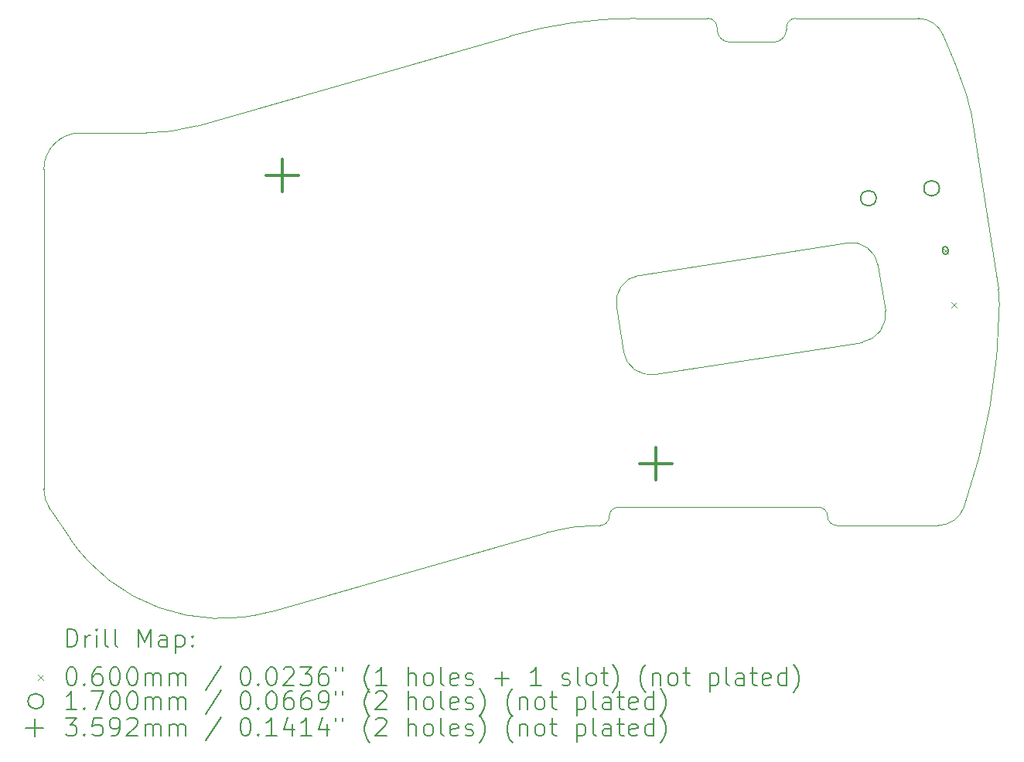
<source format=gbr>
%TF.GenerationSoftware,KiCad,Pcbnew,(6.0.10)*%
%TF.CreationDate,2023-01-19T12:39:29+01:00*%
%TF.ProjectId,QMKMouse,514d4b4d-6f75-4736-952e-6b696361645f,2.001*%
%TF.SameCoordinates,PX5c0b167PY839143b*%
%TF.FileFunction,Drillmap*%
%TF.FilePolarity,Positive*%
%FSLAX45Y45*%
G04 Gerber Fmt 4.5, Leading zero omitted, Abs format (unit mm)*
G04 Created by KiCad (PCBNEW (6.0.10)) date 2023-01-19 12:39:29*
%MOMM*%
%LPD*%
G01*
G04 APERTURE LIST*
%ADD10C,0.050000*%
%ADD11C,0.200000*%
%ADD12C,0.060000*%
%ADD13C,0.170000*%
%ADD14C,0.359200*%
G04 APERTURE END LIST*
D10*
X8961246Y3029454D02*
X6688857Y2674139D01*
X6518924Y3760933D02*
X8791313Y4116249D01*
X400012Y5319703D02*
G75*
G03*
X12Y4919701I7J-400007D01*
G01*
X7990090Y6315012D02*
X7510090Y6315012D01*
X6346112Y2924192D02*
G75*
G03*
X6688857Y2674139I296397J46344D01*
G01*
X10073537Y1221194D02*
G75*
G03*
X10461271Y3445588I-6611896J2298509D01*
G01*
X8961246Y3029454D02*
G75*
G03*
X9211299Y3372198I-46337J296392D01*
G01*
X9568893Y6575012D02*
X8230090Y6575012D01*
X6090000Y1020005D02*
G75*
G03*
X6190000Y1120000I9J99991D01*
G01*
X8130090Y6475012D02*
X8130090Y6455012D01*
X286957Y874821D02*
X69312Y1194674D01*
X5102321Y6381321D02*
X1670205Y5397177D01*
X10461271Y3445588D02*
G75*
G03*
X10449322Y3610660I-1000001J10588D01*
G01*
X9134062Y3866196D02*
G75*
G03*
X8791313Y4116249I-296402J-46350D01*
G01*
X8680000Y1020000D02*
X9790170Y1019701D01*
X1118930Y5319701D02*
G75*
G03*
X1670205Y5397177I-11J2000085D01*
G01*
X9842352Y6398384D02*
G75*
G03*
X9568893Y6575012I-273462J-123379D01*
G01*
X6480508Y6575012D02*
G75*
G03*
X5102321Y6381321I2J-5000006D01*
G01*
X7370096Y6455012D02*
G75*
G03*
X7510090Y6315012I139994J-6D01*
G01*
X10461271Y3445588D02*
X10461271Y3445588D01*
X7990090Y6315015D02*
G75*
G03*
X8130090Y6455012I9J139991D01*
G01*
X10104548Y5726979D02*
G75*
G03*
X9842352Y6398384I-6642679J-2207193D01*
G01*
X6518924Y3760930D02*
G75*
G03*
X6268870Y3418190I46325J-296384D01*
G01*
X10449322Y3610660D02*
X10143560Y5566139D01*
X9790170Y1019703D02*
G75*
G03*
X10073537Y1221194I-1J300003D01*
G01*
X12Y1419701D02*
X12Y1427100D01*
X286956Y874820D02*
G75*
G03*
X2491733Y77436I1653503J1125145D01*
G01*
X6058885Y1019701D02*
G75*
G03*
X5507610Y942224I14J-2000105D01*
G01*
X1073400Y5319701D02*
X400012Y5319701D01*
X8579993Y1120000D02*
G75*
G03*
X8680000Y1020000I100006J6D01*
G01*
X7370096Y6475012D02*
G75*
G03*
X7270090Y6575012I-100006J-7D01*
G01*
X6346113Y2924192D02*
X6268870Y3418190D01*
X12Y4919701D02*
X12Y1427100D01*
X6058885Y1019701D02*
X6090000Y1020000D01*
X6290000Y1219995D02*
G75*
G03*
X6190000Y1120000I-11J-99989D01*
G01*
X2491733Y77436D02*
X5507610Y942224D01*
X7270090Y6575012D02*
X6480508Y6575012D01*
X13Y1419701D02*
G75*
G03*
X69312Y1194674I399987J-5D01*
G01*
X8230090Y6575015D02*
G75*
G03*
X8130090Y6475012I9J-100009D01*
G01*
X1073400Y5319701D02*
X1118930Y5319701D01*
X7370090Y6475012D02*
X7370090Y6455012D01*
X6290000Y1220000D02*
X8480000Y1220000D01*
X10143560Y5566138D02*
G75*
G03*
X10104549Y5726979I-988040J-154493D01*
G01*
X8579993Y1120000D02*
G75*
G03*
X8480000Y1220000I-99994J6D01*
G01*
X9134057Y3866195D02*
X9211299Y3372198D01*
D11*
D12*
X9839145Y4062393D02*
X9899145Y4002393D01*
X9899145Y4062393D02*
X9839145Y4002393D01*
D11*
X9900715Y4024678D02*
X9896853Y4049378D01*
X9841436Y4015409D02*
X9837574Y4040108D01*
X9896853Y4049378D02*
G75*
G03*
X9837574Y4040108I-29640J-4635D01*
G01*
X9841436Y4015409D02*
G75*
G03*
X9900715Y4024678I29640J4635D01*
G01*
D12*
X9931836Y3469597D02*
X9991836Y3409597D01*
X9991836Y3469597D02*
X9931836Y3409597D01*
D13*
X9112500Y4604999D02*
G75*
G03*
X9112500Y4604999I-85000J0D01*
G01*
X9804097Y4713139D02*
G75*
G03*
X9804097Y4713139I-85000J0D01*
G01*
D14*
X2613200Y5035800D02*
X2613200Y4676600D01*
X2433600Y4856200D02*
X2792800Y4856200D01*
X6700388Y1873756D02*
X6700388Y1514556D01*
X6520788Y1694156D02*
X6879988Y1694156D01*
D11*
X255131Y-313017D02*
X255131Y-113017D01*
X302750Y-113017D01*
X331322Y-122540D01*
X350369Y-141588D01*
X359893Y-160636D01*
X369417Y-198731D01*
X369417Y-227302D01*
X359893Y-265398D01*
X350369Y-284445D01*
X331322Y-303493D01*
X302750Y-313017D01*
X255131Y-313017D01*
X455131Y-313017D02*
X455131Y-179683D01*
X455131Y-217778D02*
X464655Y-198731D01*
X474179Y-189207D01*
X493226Y-179683D01*
X512274Y-179683D01*
X578941Y-313017D02*
X578941Y-179683D01*
X578941Y-113017D02*
X569417Y-122540D01*
X578941Y-132064D01*
X588464Y-122540D01*
X578941Y-113017D01*
X578941Y-132064D01*
X702750Y-313017D02*
X683702Y-303493D01*
X674179Y-284445D01*
X674179Y-113017D01*
X807512Y-313017D02*
X788464Y-303493D01*
X778940Y-284445D01*
X778940Y-113017D01*
X1036083Y-313017D02*
X1036083Y-113017D01*
X1102750Y-255874D01*
X1169417Y-113017D01*
X1169417Y-313017D01*
X1350369Y-313017D02*
X1350369Y-208255D01*
X1340845Y-189207D01*
X1321798Y-179683D01*
X1283702Y-179683D01*
X1264655Y-189207D01*
X1350369Y-303493D02*
X1331322Y-313017D01*
X1283702Y-313017D01*
X1264655Y-303493D01*
X1255131Y-284445D01*
X1255131Y-265398D01*
X1264655Y-246350D01*
X1283702Y-236826D01*
X1331322Y-236826D01*
X1350369Y-227302D01*
X1445607Y-179683D02*
X1445607Y-379683D01*
X1445607Y-189207D02*
X1464655Y-179683D01*
X1502750Y-179683D01*
X1521798Y-189207D01*
X1531321Y-198731D01*
X1540845Y-217778D01*
X1540845Y-274921D01*
X1531321Y-293969D01*
X1521798Y-303493D01*
X1502750Y-313017D01*
X1464655Y-313017D01*
X1445607Y-303493D01*
X1626560Y-293969D02*
X1636083Y-303493D01*
X1626560Y-313017D01*
X1617036Y-303493D01*
X1626560Y-293969D01*
X1626560Y-313017D01*
X1626560Y-189207D02*
X1636083Y-198731D01*
X1626560Y-208255D01*
X1617036Y-198731D01*
X1626560Y-189207D01*
X1626560Y-208255D01*
D12*
X-62488Y-612541D02*
X-2488Y-672541D01*
X-2488Y-612541D02*
X-62488Y-672541D01*
D11*
X293226Y-533017D02*
X312274Y-533017D01*
X331322Y-542541D01*
X340845Y-552064D01*
X350369Y-571112D01*
X359893Y-609207D01*
X359893Y-656826D01*
X350369Y-694921D01*
X340845Y-713969D01*
X331322Y-723493D01*
X312274Y-733017D01*
X293226Y-733017D01*
X274179Y-723493D01*
X264655Y-713969D01*
X255131Y-694921D01*
X245607Y-656826D01*
X245607Y-609207D01*
X255131Y-571112D01*
X264655Y-552064D01*
X274179Y-542541D01*
X293226Y-533017D01*
X445607Y-713969D02*
X455131Y-723493D01*
X445607Y-733017D01*
X436083Y-723493D01*
X445607Y-713969D01*
X445607Y-733017D01*
X626560Y-533017D02*
X588464Y-533017D01*
X569417Y-542541D01*
X559893Y-552064D01*
X540845Y-580636D01*
X531322Y-618731D01*
X531322Y-694921D01*
X540845Y-713969D01*
X550369Y-723493D01*
X569417Y-733017D01*
X607512Y-733017D01*
X626560Y-723493D01*
X636083Y-713969D01*
X645607Y-694921D01*
X645607Y-647302D01*
X636083Y-628255D01*
X626560Y-618731D01*
X607512Y-609207D01*
X569417Y-609207D01*
X550369Y-618731D01*
X540845Y-628255D01*
X531322Y-647302D01*
X769417Y-533017D02*
X788464Y-533017D01*
X807512Y-542541D01*
X817036Y-552064D01*
X826560Y-571112D01*
X836083Y-609207D01*
X836083Y-656826D01*
X826560Y-694921D01*
X817036Y-713969D01*
X807512Y-723493D01*
X788464Y-733017D01*
X769417Y-733017D01*
X750369Y-723493D01*
X740845Y-713969D01*
X731321Y-694921D01*
X721798Y-656826D01*
X721798Y-609207D01*
X731321Y-571112D01*
X740845Y-552064D01*
X750369Y-542541D01*
X769417Y-533017D01*
X959893Y-533017D02*
X978940Y-533017D01*
X997988Y-542541D01*
X1007512Y-552064D01*
X1017036Y-571112D01*
X1026560Y-609207D01*
X1026560Y-656826D01*
X1017036Y-694921D01*
X1007512Y-713969D01*
X997988Y-723493D01*
X978940Y-733017D01*
X959893Y-733017D01*
X940845Y-723493D01*
X931321Y-713969D01*
X921798Y-694921D01*
X912274Y-656826D01*
X912274Y-609207D01*
X921798Y-571112D01*
X931321Y-552064D01*
X940845Y-542541D01*
X959893Y-533017D01*
X1112274Y-733017D02*
X1112274Y-599683D01*
X1112274Y-618731D02*
X1121798Y-609207D01*
X1140845Y-599683D01*
X1169417Y-599683D01*
X1188464Y-609207D01*
X1197988Y-628255D01*
X1197988Y-733017D01*
X1197988Y-628255D02*
X1207512Y-609207D01*
X1226560Y-599683D01*
X1255131Y-599683D01*
X1274179Y-609207D01*
X1283702Y-628255D01*
X1283702Y-733017D01*
X1378941Y-733017D02*
X1378941Y-599683D01*
X1378941Y-618731D02*
X1388464Y-609207D01*
X1407512Y-599683D01*
X1436083Y-599683D01*
X1455131Y-609207D01*
X1464655Y-628255D01*
X1464655Y-733017D01*
X1464655Y-628255D02*
X1474179Y-609207D01*
X1493226Y-599683D01*
X1521798Y-599683D01*
X1540845Y-609207D01*
X1550369Y-628255D01*
X1550369Y-733017D01*
X1940845Y-523493D02*
X1769417Y-780636D01*
X2197988Y-533017D02*
X2217036Y-533017D01*
X2236083Y-542541D01*
X2245607Y-552064D01*
X2255131Y-571112D01*
X2264655Y-609207D01*
X2264655Y-656826D01*
X2255131Y-694921D01*
X2245607Y-713969D01*
X2236083Y-723493D01*
X2217036Y-733017D01*
X2197988Y-733017D01*
X2178941Y-723493D01*
X2169417Y-713969D01*
X2159893Y-694921D01*
X2150369Y-656826D01*
X2150369Y-609207D01*
X2159893Y-571112D01*
X2169417Y-552064D01*
X2178941Y-542541D01*
X2197988Y-533017D01*
X2350369Y-713969D02*
X2359893Y-723493D01*
X2350369Y-733017D01*
X2340845Y-723493D01*
X2350369Y-713969D01*
X2350369Y-733017D01*
X2483702Y-533017D02*
X2502750Y-533017D01*
X2521798Y-542541D01*
X2531322Y-552064D01*
X2540845Y-571112D01*
X2550369Y-609207D01*
X2550369Y-656826D01*
X2540845Y-694921D01*
X2531322Y-713969D01*
X2521798Y-723493D01*
X2502750Y-733017D01*
X2483702Y-733017D01*
X2464655Y-723493D01*
X2455131Y-713969D01*
X2445607Y-694921D01*
X2436083Y-656826D01*
X2436083Y-609207D01*
X2445607Y-571112D01*
X2455131Y-552064D01*
X2464655Y-542541D01*
X2483702Y-533017D01*
X2626560Y-552064D02*
X2636083Y-542541D01*
X2655131Y-533017D01*
X2702750Y-533017D01*
X2721798Y-542541D01*
X2731322Y-552064D01*
X2740845Y-571112D01*
X2740845Y-590160D01*
X2731322Y-618731D01*
X2617036Y-733017D01*
X2740845Y-733017D01*
X2807512Y-533017D02*
X2931321Y-533017D01*
X2864655Y-609207D01*
X2893226Y-609207D01*
X2912274Y-618731D01*
X2921798Y-628255D01*
X2931321Y-647302D01*
X2931321Y-694921D01*
X2921798Y-713969D01*
X2912274Y-723493D01*
X2893226Y-733017D01*
X2836083Y-733017D01*
X2817036Y-723493D01*
X2807512Y-713969D01*
X3102750Y-533017D02*
X3064655Y-533017D01*
X3045607Y-542541D01*
X3036083Y-552064D01*
X3017036Y-580636D01*
X3007512Y-618731D01*
X3007512Y-694921D01*
X3017036Y-713969D01*
X3026560Y-723493D01*
X3045607Y-733017D01*
X3083702Y-733017D01*
X3102750Y-723493D01*
X3112274Y-713969D01*
X3121798Y-694921D01*
X3121798Y-647302D01*
X3112274Y-628255D01*
X3102750Y-618731D01*
X3083702Y-609207D01*
X3045607Y-609207D01*
X3026560Y-618731D01*
X3017036Y-628255D01*
X3007512Y-647302D01*
X3197988Y-533017D02*
X3197988Y-571112D01*
X3274179Y-533017D02*
X3274179Y-571112D01*
X3569417Y-809207D02*
X3559893Y-799683D01*
X3540845Y-771112D01*
X3531321Y-752064D01*
X3521798Y-723493D01*
X3512274Y-675874D01*
X3512274Y-637779D01*
X3521798Y-590160D01*
X3531321Y-561588D01*
X3540845Y-542541D01*
X3559893Y-513969D01*
X3569417Y-504445D01*
X3750369Y-733017D02*
X3636083Y-733017D01*
X3693226Y-733017D02*
X3693226Y-533017D01*
X3674179Y-561588D01*
X3655131Y-580636D01*
X3636083Y-590160D01*
X3988464Y-733017D02*
X3988464Y-533017D01*
X4074179Y-733017D02*
X4074179Y-628255D01*
X4064655Y-609207D01*
X4045607Y-599683D01*
X4017036Y-599683D01*
X3997988Y-609207D01*
X3988464Y-618731D01*
X4197988Y-733017D02*
X4178940Y-723493D01*
X4169417Y-713969D01*
X4159893Y-694921D01*
X4159893Y-637779D01*
X4169417Y-618731D01*
X4178940Y-609207D01*
X4197988Y-599683D01*
X4226560Y-599683D01*
X4245607Y-609207D01*
X4255131Y-618731D01*
X4264655Y-637779D01*
X4264655Y-694921D01*
X4255131Y-713969D01*
X4245607Y-723493D01*
X4226560Y-733017D01*
X4197988Y-733017D01*
X4378941Y-733017D02*
X4359893Y-723493D01*
X4350369Y-704445D01*
X4350369Y-533017D01*
X4531322Y-723493D02*
X4512274Y-733017D01*
X4474179Y-733017D01*
X4455131Y-723493D01*
X4445607Y-704445D01*
X4445607Y-628255D01*
X4455131Y-609207D01*
X4474179Y-599683D01*
X4512274Y-599683D01*
X4531322Y-609207D01*
X4540845Y-628255D01*
X4540845Y-647302D01*
X4445607Y-666350D01*
X4617036Y-723493D02*
X4636083Y-733017D01*
X4674179Y-733017D01*
X4693226Y-723493D01*
X4702750Y-704445D01*
X4702750Y-694921D01*
X4693226Y-675874D01*
X4674179Y-666350D01*
X4645607Y-666350D01*
X4626560Y-656826D01*
X4617036Y-637779D01*
X4617036Y-628255D01*
X4626560Y-609207D01*
X4645607Y-599683D01*
X4674179Y-599683D01*
X4693226Y-609207D01*
X4940845Y-656826D02*
X5093226Y-656826D01*
X5017036Y-733017D02*
X5017036Y-580636D01*
X5445607Y-733017D02*
X5331322Y-733017D01*
X5388464Y-733017D02*
X5388464Y-533017D01*
X5369417Y-561588D01*
X5350369Y-580636D01*
X5331322Y-590160D01*
X5674179Y-723493D02*
X5693226Y-733017D01*
X5731321Y-733017D01*
X5750369Y-723493D01*
X5759893Y-704445D01*
X5759893Y-694921D01*
X5750369Y-675874D01*
X5731321Y-666350D01*
X5702750Y-666350D01*
X5683702Y-656826D01*
X5674179Y-637779D01*
X5674179Y-628255D01*
X5683702Y-609207D01*
X5702750Y-599683D01*
X5731321Y-599683D01*
X5750369Y-609207D01*
X5874179Y-733017D02*
X5855131Y-723493D01*
X5845607Y-704445D01*
X5845607Y-533017D01*
X5978940Y-733017D02*
X5959893Y-723493D01*
X5950369Y-713969D01*
X5940845Y-694921D01*
X5940845Y-637779D01*
X5950369Y-618731D01*
X5959893Y-609207D01*
X5978940Y-599683D01*
X6007512Y-599683D01*
X6026560Y-609207D01*
X6036083Y-618731D01*
X6045607Y-637779D01*
X6045607Y-694921D01*
X6036083Y-713969D01*
X6026560Y-723493D01*
X6007512Y-733017D01*
X5978940Y-733017D01*
X6102750Y-599683D02*
X6178940Y-599683D01*
X6131321Y-533017D02*
X6131321Y-704445D01*
X6140845Y-723493D01*
X6159893Y-733017D01*
X6178940Y-733017D01*
X6226560Y-809207D02*
X6236083Y-799683D01*
X6255131Y-771112D01*
X6264655Y-752064D01*
X6274179Y-723493D01*
X6283702Y-675874D01*
X6283702Y-637779D01*
X6274179Y-590160D01*
X6264655Y-561588D01*
X6255131Y-542541D01*
X6236083Y-513969D01*
X6226560Y-504445D01*
X6588464Y-809207D02*
X6578940Y-799683D01*
X6559893Y-771112D01*
X6550369Y-752064D01*
X6540845Y-723493D01*
X6531321Y-675874D01*
X6531321Y-637779D01*
X6540845Y-590160D01*
X6550369Y-561588D01*
X6559893Y-542541D01*
X6578940Y-513969D01*
X6588464Y-504445D01*
X6664655Y-599683D02*
X6664655Y-733017D01*
X6664655Y-618731D02*
X6674179Y-609207D01*
X6693226Y-599683D01*
X6721798Y-599683D01*
X6740845Y-609207D01*
X6750369Y-628255D01*
X6750369Y-733017D01*
X6874179Y-733017D02*
X6855131Y-723493D01*
X6845607Y-713969D01*
X6836083Y-694921D01*
X6836083Y-637779D01*
X6845607Y-618731D01*
X6855131Y-609207D01*
X6874179Y-599683D01*
X6902750Y-599683D01*
X6921798Y-609207D01*
X6931321Y-618731D01*
X6940845Y-637779D01*
X6940845Y-694921D01*
X6931321Y-713969D01*
X6921798Y-723493D01*
X6902750Y-733017D01*
X6874179Y-733017D01*
X6997988Y-599683D02*
X7074179Y-599683D01*
X7026560Y-533017D02*
X7026560Y-704445D01*
X7036083Y-723493D01*
X7055131Y-733017D01*
X7074179Y-733017D01*
X7293226Y-599683D02*
X7293226Y-799683D01*
X7293226Y-609207D02*
X7312274Y-599683D01*
X7350369Y-599683D01*
X7369417Y-609207D01*
X7378940Y-618731D01*
X7388464Y-637779D01*
X7388464Y-694921D01*
X7378940Y-713969D01*
X7369417Y-723493D01*
X7350369Y-733017D01*
X7312274Y-733017D01*
X7293226Y-723493D01*
X7502750Y-733017D02*
X7483702Y-723493D01*
X7474179Y-704445D01*
X7474179Y-533017D01*
X7664655Y-733017D02*
X7664655Y-628255D01*
X7655131Y-609207D01*
X7636083Y-599683D01*
X7597988Y-599683D01*
X7578940Y-609207D01*
X7664655Y-723493D02*
X7645607Y-733017D01*
X7597988Y-733017D01*
X7578940Y-723493D01*
X7569417Y-704445D01*
X7569417Y-685398D01*
X7578940Y-666350D01*
X7597988Y-656826D01*
X7645607Y-656826D01*
X7664655Y-647302D01*
X7731321Y-599683D02*
X7807512Y-599683D01*
X7759893Y-533017D02*
X7759893Y-704445D01*
X7769417Y-723493D01*
X7788464Y-733017D01*
X7807512Y-733017D01*
X7950369Y-723493D02*
X7931321Y-733017D01*
X7893226Y-733017D01*
X7874179Y-723493D01*
X7864655Y-704445D01*
X7864655Y-628255D01*
X7874179Y-609207D01*
X7893226Y-599683D01*
X7931321Y-599683D01*
X7950369Y-609207D01*
X7959893Y-628255D01*
X7959893Y-647302D01*
X7864655Y-666350D01*
X8131321Y-733017D02*
X8131321Y-533017D01*
X8131321Y-723493D02*
X8112274Y-733017D01*
X8074179Y-733017D01*
X8055131Y-723493D01*
X8045607Y-713969D01*
X8036083Y-694921D01*
X8036083Y-637779D01*
X8045607Y-618731D01*
X8055131Y-609207D01*
X8074179Y-599683D01*
X8112274Y-599683D01*
X8131321Y-609207D01*
X8207512Y-809207D02*
X8217036Y-799683D01*
X8236083Y-771112D01*
X8245607Y-752064D01*
X8255131Y-723493D01*
X8264655Y-675874D01*
X8264655Y-637779D01*
X8255131Y-590160D01*
X8245607Y-561588D01*
X8236083Y-542541D01*
X8217036Y-513969D01*
X8207512Y-504445D01*
D13*
X-2488Y-906540D02*
G75*
G03*
X-2488Y-906540I-85000J0D01*
G01*
D11*
X359893Y-997017D02*
X245607Y-997017D01*
X302750Y-997017D02*
X302750Y-797017D01*
X283702Y-825588D01*
X264655Y-844636D01*
X245607Y-854159D01*
X445607Y-977969D02*
X455131Y-987493D01*
X445607Y-997017D01*
X436083Y-987493D01*
X445607Y-977969D01*
X445607Y-997017D01*
X521798Y-797017D02*
X655131Y-797017D01*
X569417Y-997017D01*
X769417Y-797017D02*
X788464Y-797017D01*
X807512Y-806540D01*
X817036Y-816064D01*
X826560Y-835112D01*
X836083Y-873207D01*
X836083Y-920826D01*
X826560Y-958921D01*
X817036Y-977969D01*
X807512Y-987493D01*
X788464Y-997017D01*
X769417Y-997017D01*
X750369Y-987493D01*
X740845Y-977969D01*
X731321Y-958921D01*
X721798Y-920826D01*
X721798Y-873207D01*
X731321Y-835112D01*
X740845Y-816064D01*
X750369Y-806540D01*
X769417Y-797017D01*
X959893Y-797017D02*
X978940Y-797017D01*
X997988Y-806540D01*
X1007512Y-816064D01*
X1017036Y-835112D01*
X1026560Y-873207D01*
X1026560Y-920826D01*
X1017036Y-958921D01*
X1007512Y-977969D01*
X997988Y-987493D01*
X978940Y-997017D01*
X959893Y-997017D01*
X940845Y-987493D01*
X931321Y-977969D01*
X921798Y-958921D01*
X912274Y-920826D01*
X912274Y-873207D01*
X921798Y-835112D01*
X931321Y-816064D01*
X940845Y-806540D01*
X959893Y-797017D01*
X1112274Y-997017D02*
X1112274Y-863683D01*
X1112274Y-882731D02*
X1121798Y-873207D01*
X1140845Y-863683D01*
X1169417Y-863683D01*
X1188464Y-873207D01*
X1197988Y-892255D01*
X1197988Y-997017D01*
X1197988Y-892255D02*
X1207512Y-873207D01*
X1226560Y-863683D01*
X1255131Y-863683D01*
X1274179Y-873207D01*
X1283702Y-892255D01*
X1283702Y-997017D01*
X1378941Y-997017D02*
X1378941Y-863683D01*
X1378941Y-882731D02*
X1388464Y-873207D01*
X1407512Y-863683D01*
X1436083Y-863683D01*
X1455131Y-873207D01*
X1464655Y-892255D01*
X1464655Y-997017D01*
X1464655Y-892255D02*
X1474179Y-873207D01*
X1493226Y-863683D01*
X1521798Y-863683D01*
X1540845Y-873207D01*
X1550369Y-892255D01*
X1550369Y-997017D01*
X1940845Y-787493D02*
X1769417Y-1044636D01*
X2197988Y-797017D02*
X2217036Y-797017D01*
X2236083Y-806540D01*
X2245607Y-816064D01*
X2255131Y-835112D01*
X2264655Y-873207D01*
X2264655Y-920826D01*
X2255131Y-958921D01*
X2245607Y-977969D01*
X2236083Y-987493D01*
X2217036Y-997017D01*
X2197988Y-997017D01*
X2178941Y-987493D01*
X2169417Y-977969D01*
X2159893Y-958921D01*
X2150369Y-920826D01*
X2150369Y-873207D01*
X2159893Y-835112D01*
X2169417Y-816064D01*
X2178941Y-806540D01*
X2197988Y-797017D01*
X2350369Y-977969D02*
X2359893Y-987493D01*
X2350369Y-997017D01*
X2340845Y-987493D01*
X2350369Y-977969D01*
X2350369Y-997017D01*
X2483702Y-797017D02*
X2502750Y-797017D01*
X2521798Y-806540D01*
X2531322Y-816064D01*
X2540845Y-835112D01*
X2550369Y-873207D01*
X2550369Y-920826D01*
X2540845Y-958921D01*
X2531322Y-977969D01*
X2521798Y-987493D01*
X2502750Y-997017D01*
X2483702Y-997017D01*
X2464655Y-987493D01*
X2455131Y-977969D01*
X2445607Y-958921D01*
X2436083Y-920826D01*
X2436083Y-873207D01*
X2445607Y-835112D01*
X2455131Y-816064D01*
X2464655Y-806540D01*
X2483702Y-797017D01*
X2721798Y-797017D02*
X2683702Y-797017D01*
X2664655Y-806540D01*
X2655131Y-816064D01*
X2636083Y-844636D01*
X2626560Y-882731D01*
X2626560Y-958921D01*
X2636083Y-977969D01*
X2645607Y-987493D01*
X2664655Y-997017D01*
X2702750Y-997017D01*
X2721798Y-987493D01*
X2731322Y-977969D01*
X2740845Y-958921D01*
X2740845Y-911302D01*
X2731322Y-892255D01*
X2721798Y-882731D01*
X2702750Y-873207D01*
X2664655Y-873207D01*
X2645607Y-882731D01*
X2636083Y-892255D01*
X2626560Y-911302D01*
X2912274Y-797017D02*
X2874179Y-797017D01*
X2855131Y-806540D01*
X2845607Y-816064D01*
X2826560Y-844636D01*
X2817036Y-882731D01*
X2817036Y-958921D01*
X2826560Y-977969D01*
X2836083Y-987493D01*
X2855131Y-997017D01*
X2893226Y-997017D01*
X2912274Y-987493D01*
X2921798Y-977969D01*
X2931321Y-958921D01*
X2931321Y-911302D01*
X2921798Y-892255D01*
X2912274Y-882731D01*
X2893226Y-873207D01*
X2855131Y-873207D01*
X2836083Y-882731D01*
X2826560Y-892255D01*
X2817036Y-911302D01*
X3026560Y-997017D02*
X3064655Y-997017D01*
X3083702Y-987493D01*
X3093226Y-977969D01*
X3112274Y-949398D01*
X3121798Y-911302D01*
X3121798Y-835112D01*
X3112274Y-816064D01*
X3102750Y-806540D01*
X3083702Y-797017D01*
X3045607Y-797017D01*
X3026560Y-806540D01*
X3017036Y-816064D01*
X3007512Y-835112D01*
X3007512Y-882731D01*
X3017036Y-901778D01*
X3026560Y-911302D01*
X3045607Y-920826D01*
X3083702Y-920826D01*
X3102750Y-911302D01*
X3112274Y-901778D01*
X3121798Y-882731D01*
X3197988Y-797017D02*
X3197988Y-835112D01*
X3274179Y-797017D02*
X3274179Y-835112D01*
X3569417Y-1073207D02*
X3559893Y-1063683D01*
X3540845Y-1035112D01*
X3531321Y-1016064D01*
X3521798Y-987493D01*
X3512274Y-939874D01*
X3512274Y-901778D01*
X3521798Y-854159D01*
X3531321Y-825588D01*
X3540845Y-806540D01*
X3559893Y-777969D01*
X3569417Y-768445D01*
X3636083Y-816064D02*
X3645607Y-806540D01*
X3664655Y-797017D01*
X3712274Y-797017D01*
X3731321Y-806540D01*
X3740845Y-816064D01*
X3750369Y-835112D01*
X3750369Y-854159D01*
X3740845Y-882731D01*
X3626560Y-997017D01*
X3750369Y-997017D01*
X3988464Y-997017D02*
X3988464Y-797017D01*
X4074179Y-997017D02*
X4074179Y-892255D01*
X4064655Y-873207D01*
X4045607Y-863683D01*
X4017036Y-863683D01*
X3997988Y-873207D01*
X3988464Y-882731D01*
X4197988Y-997017D02*
X4178940Y-987493D01*
X4169417Y-977969D01*
X4159893Y-958921D01*
X4159893Y-901778D01*
X4169417Y-882731D01*
X4178940Y-873207D01*
X4197988Y-863683D01*
X4226560Y-863683D01*
X4245607Y-873207D01*
X4255131Y-882731D01*
X4264655Y-901778D01*
X4264655Y-958921D01*
X4255131Y-977969D01*
X4245607Y-987493D01*
X4226560Y-997017D01*
X4197988Y-997017D01*
X4378941Y-997017D02*
X4359893Y-987493D01*
X4350369Y-968445D01*
X4350369Y-797017D01*
X4531322Y-987493D02*
X4512274Y-997017D01*
X4474179Y-997017D01*
X4455131Y-987493D01*
X4445607Y-968445D01*
X4445607Y-892255D01*
X4455131Y-873207D01*
X4474179Y-863683D01*
X4512274Y-863683D01*
X4531322Y-873207D01*
X4540845Y-892255D01*
X4540845Y-911302D01*
X4445607Y-930350D01*
X4617036Y-987493D02*
X4636083Y-997017D01*
X4674179Y-997017D01*
X4693226Y-987493D01*
X4702750Y-968445D01*
X4702750Y-958921D01*
X4693226Y-939874D01*
X4674179Y-930350D01*
X4645607Y-930350D01*
X4626560Y-920826D01*
X4617036Y-901778D01*
X4617036Y-892255D01*
X4626560Y-873207D01*
X4645607Y-863683D01*
X4674179Y-863683D01*
X4693226Y-873207D01*
X4769417Y-1073207D02*
X4778941Y-1063683D01*
X4797988Y-1035112D01*
X4807512Y-1016064D01*
X4817036Y-987493D01*
X4826560Y-939874D01*
X4826560Y-901778D01*
X4817036Y-854159D01*
X4807512Y-825588D01*
X4797988Y-806540D01*
X4778941Y-777969D01*
X4769417Y-768445D01*
X5131322Y-1073207D02*
X5121798Y-1063683D01*
X5102750Y-1035112D01*
X5093226Y-1016064D01*
X5083702Y-987493D01*
X5074179Y-939874D01*
X5074179Y-901778D01*
X5083702Y-854159D01*
X5093226Y-825588D01*
X5102750Y-806540D01*
X5121798Y-777969D01*
X5131322Y-768445D01*
X5207512Y-863683D02*
X5207512Y-997017D01*
X5207512Y-882731D02*
X5217036Y-873207D01*
X5236083Y-863683D01*
X5264655Y-863683D01*
X5283702Y-873207D01*
X5293226Y-892255D01*
X5293226Y-997017D01*
X5417036Y-997017D02*
X5397988Y-987493D01*
X5388464Y-977969D01*
X5378941Y-958921D01*
X5378941Y-901778D01*
X5388464Y-882731D01*
X5397988Y-873207D01*
X5417036Y-863683D01*
X5445607Y-863683D01*
X5464655Y-873207D01*
X5474179Y-882731D01*
X5483702Y-901778D01*
X5483702Y-958921D01*
X5474179Y-977969D01*
X5464655Y-987493D01*
X5445607Y-997017D01*
X5417036Y-997017D01*
X5540845Y-863683D02*
X5617036Y-863683D01*
X5569417Y-797017D02*
X5569417Y-968445D01*
X5578941Y-987493D01*
X5597988Y-997017D01*
X5617036Y-997017D01*
X5836083Y-863683D02*
X5836083Y-1063683D01*
X5836083Y-873207D02*
X5855131Y-863683D01*
X5893226Y-863683D01*
X5912274Y-873207D01*
X5921798Y-882731D01*
X5931321Y-901778D01*
X5931321Y-958921D01*
X5921798Y-977969D01*
X5912274Y-987493D01*
X5893226Y-997017D01*
X5855131Y-997017D01*
X5836083Y-987493D01*
X6045607Y-997017D02*
X6026560Y-987493D01*
X6017036Y-968445D01*
X6017036Y-797017D01*
X6207512Y-997017D02*
X6207512Y-892255D01*
X6197988Y-873207D01*
X6178940Y-863683D01*
X6140845Y-863683D01*
X6121798Y-873207D01*
X6207512Y-987493D02*
X6188464Y-997017D01*
X6140845Y-997017D01*
X6121798Y-987493D01*
X6112274Y-968445D01*
X6112274Y-949398D01*
X6121798Y-930350D01*
X6140845Y-920826D01*
X6188464Y-920826D01*
X6207512Y-911302D01*
X6274179Y-863683D02*
X6350369Y-863683D01*
X6302750Y-797017D02*
X6302750Y-968445D01*
X6312274Y-987493D01*
X6331321Y-997017D01*
X6350369Y-997017D01*
X6493226Y-987493D02*
X6474179Y-997017D01*
X6436083Y-997017D01*
X6417036Y-987493D01*
X6407512Y-968445D01*
X6407512Y-892255D01*
X6417036Y-873207D01*
X6436083Y-863683D01*
X6474179Y-863683D01*
X6493226Y-873207D01*
X6502750Y-892255D01*
X6502750Y-911302D01*
X6407512Y-930350D01*
X6674179Y-997017D02*
X6674179Y-797017D01*
X6674179Y-987493D02*
X6655131Y-997017D01*
X6617036Y-997017D01*
X6597988Y-987493D01*
X6588464Y-977969D01*
X6578940Y-958921D01*
X6578940Y-901778D01*
X6588464Y-882731D01*
X6597988Y-873207D01*
X6617036Y-863683D01*
X6655131Y-863683D01*
X6674179Y-873207D01*
X6750369Y-1073207D02*
X6759893Y-1063683D01*
X6778940Y-1035112D01*
X6788464Y-1016064D01*
X6797988Y-987493D01*
X6807512Y-939874D01*
X6807512Y-901778D01*
X6797988Y-854159D01*
X6788464Y-825588D01*
X6778940Y-806540D01*
X6759893Y-777969D01*
X6750369Y-768445D01*
X-102488Y-1096541D02*
X-102488Y-1296541D01*
X-202488Y-1196541D02*
X-2488Y-1196541D01*
X236083Y-1087017D02*
X359893Y-1087017D01*
X293226Y-1163207D01*
X321798Y-1163207D01*
X340845Y-1172731D01*
X350369Y-1182255D01*
X359893Y-1201302D01*
X359893Y-1248921D01*
X350369Y-1267969D01*
X340845Y-1277493D01*
X321798Y-1287017D01*
X264655Y-1287017D01*
X245607Y-1277493D01*
X236083Y-1267969D01*
X445607Y-1267969D02*
X455131Y-1277493D01*
X445607Y-1287017D01*
X436083Y-1277493D01*
X445607Y-1267969D01*
X445607Y-1287017D01*
X636083Y-1087017D02*
X540845Y-1087017D01*
X531322Y-1182255D01*
X540845Y-1172731D01*
X559893Y-1163207D01*
X607512Y-1163207D01*
X626560Y-1172731D01*
X636083Y-1182255D01*
X645607Y-1201302D01*
X645607Y-1248921D01*
X636083Y-1267969D01*
X626560Y-1277493D01*
X607512Y-1287017D01*
X559893Y-1287017D01*
X540845Y-1277493D01*
X531322Y-1267969D01*
X740845Y-1287017D02*
X778940Y-1287017D01*
X797988Y-1277493D01*
X807512Y-1267969D01*
X826560Y-1239398D01*
X836083Y-1201302D01*
X836083Y-1125112D01*
X826560Y-1106064D01*
X817036Y-1096541D01*
X797988Y-1087017D01*
X759893Y-1087017D01*
X740845Y-1096541D01*
X731321Y-1106064D01*
X721798Y-1125112D01*
X721798Y-1172731D01*
X731321Y-1191779D01*
X740845Y-1201302D01*
X759893Y-1210826D01*
X797988Y-1210826D01*
X817036Y-1201302D01*
X826560Y-1191779D01*
X836083Y-1172731D01*
X912274Y-1106064D02*
X921798Y-1096541D01*
X940845Y-1087017D01*
X988464Y-1087017D01*
X1007512Y-1096541D01*
X1017036Y-1106064D01*
X1026560Y-1125112D01*
X1026560Y-1144160D01*
X1017036Y-1172731D01*
X902750Y-1287017D01*
X1026560Y-1287017D01*
X1112274Y-1287017D02*
X1112274Y-1153683D01*
X1112274Y-1172731D02*
X1121798Y-1163207D01*
X1140845Y-1153683D01*
X1169417Y-1153683D01*
X1188464Y-1163207D01*
X1197988Y-1182255D01*
X1197988Y-1287017D01*
X1197988Y-1182255D02*
X1207512Y-1163207D01*
X1226560Y-1153683D01*
X1255131Y-1153683D01*
X1274179Y-1163207D01*
X1283702Y-1182255D01*
X1283702Y-1287017D01*
X1378941Y-1287017D02*
X1378941Y-1153683D01*
X1378941Y-1172731D02*
X1388464Y-1163207D01*
X1407512Y-1153683D01*
X1436083Y-1153683D01*
X1455131Y-1163207D01*
X1464655Y-1182255D01*
X1464655Y-1287017D01*
X1464655Y-1182255D02*
X1474179Y-1163207D01*
X1493226Y-1153683D01*
X1521798Y-1153683D01*
X1540845Y-1163207D01*
X1550369Y-1182255D01*
X1550369Y-1287017D01*
X1940845Y-1077493D02*
X1769417Y-1334636D01*
X2197988Y-1087017D02*
X2217036Y-1087017D01*
X2236083Y-1096541D01*
X2245607Y-1106064D01*
X2255131Y-1125112D01*
X2264655Y-1163207D01*
X2264655Y-1210826D01*
X2255131Y-1248921D01*
X2245607Y-1267969D01*
X2236083Y-1277493D01*
X2217036Y-1287017D01*
X2197988Y-1287017D01*
X2178941Y-1277493D01*
X2169417Y-1267969D01*
X2159893Y-1248921D01*
X2150369Y-1210826D01*
X2150369Y-1163207D01*
X2159893Y-1125112D01*
X2169417Y-1106064D01*
X2178941Y-1096541D01*
X2197988Y-1087017D01*
X2350369Y-1267969D02*
X2359893Y-1277493D01*
X2350369Y-1287017D01*
X2340845Y-1277493D01*
X2350369Y-1267969D01*
X2350369Y-1287017D01*
X2550369Y-1287017D02*
X2436083Y-1287017D01*
X2493226Y-1287017D02*
X2493226Y-1087017D01*
X2474179Y-1115588D01*
X2455131Y-1134636D01*
X2436083Y-1144160D01*
X2721798Y-1153683D02*
X2721798Y-1287017D01*
X2674179Y-1077493D02*
X2626560Y-1220350D01*
X2750369Y-1220350D01*
X2931321Y-1287017D02*
X2817036Y-1287017D01*
X2874179Y-1287017D02*
X2874179Y-1087017D01*
X2855131Y-1115588D01*
X2836083Y-1134636D01*
X2817036Y-1144160D01*
X3102750Y-1153683D02*
X3102750Y-1287017D01*
X3055131Y-1077493D02*
X3007512Y-1220350D01*
X3131321Y-1220350D01*
X3197988Y-1087017D02*
X3197988Y-1125112D01*
X3274179Y-1087017D02*
X3274179Y-1125112D01*
X3569417Y-1363207D02*
X3559893Y-1353683D01*
X3540845Y-1325112D01*
X3531321Y-1306064D01*
X3521798Y-1277493D01*
X3512274Y-1229874D01*
X3512274Y-1191779D01*
X3521798Y-1144160D01*
X3531321Y-1115588D01*
X3540845Y-1096541D01*
X3559893Y-1067969D01*
X3569417Y-1058445D01*
X3636083Y-1106064D02*
X3645607Y-1096541D01*
X3664655Y-1087017D01*
X3712274Y-1087017D01*
X3731321Y-1096541D01*
X3740845Y-1106064D01*
X3750369Y-1125112D01*
X3750369Y-1144160D01*
X3740845Y-1172731D01*
X3626560Y-1287017D01*
X3750369Y-1287017D01*
X3988464Y-1287017D02*
X3988464Y-1087017D01*
X4074179Y-1287017D02*
X4074179Y-1182255D01*
X4064655Y-1163207D01*
X4045607Y-1153683D01*
X4017036Y-1153683D01*
X3997988Y-1163207D01*
X3988464Y-1172731D01*
X4197988Y-1287017D02*
X4178940Y-1277493D01*
X4169417Y-1267969D01*
X4159893Y-1248921D01*
X4159893Y-1191779D01*
X4169417Y-1172731D01*
X4178940Y-1163207D01*
X4197988Y-1153683D01*
X4226560Y-1153683D01*
X4245607Y-1163207D01*
X4255131Y-1172731D01*
X4264655Y-1191779D01*
X4264655Y-1248921D01*
X4255131Y-1267969D01*
X4245607Y-1277493D01*
X4226560Y-1287017D01*
X4197988Y-1287017D01*
X4378941Y-1287017D02*
X4359893Y-1277493D01*
X4350369Y-1258445D01*
X4350369Y-1087017D01*
X4531322Y-1277493D02*
X4512274Y-1287017D01*
X4474179Y-1287017D01*
X4455131Y-1277493D01*
X4445607Y-1258445D01*
X4445607Y-1182255D01*
X4455131Y-1163207D01*
X4474179Y-1153683D01*
X4512274Y-1153683D01*
X4531322Y-1163207D01*
X4540845Y-1182255D01*
X4540845Y-1201302D01*
X4445607Y-1220350D01*
X4617036Y-1277493D02*
X4636083Y-1287017D01*
X4674179Y-1287017D01*
X4693226Y-1277493D01*
X4702750Y-1258445D01*
X4702750Y-1248921D01*
X4693226Y-1229874D01*
X4674179Y-1220350D01*
X4645607Y-1220350D01*
X4626560Y-1210826D01*
X4617036Y-1191779D01*
X4617036Y-1182255D01*
X4626560Y-1163207D01*
X4645607Y-1153683D01*
X4674179Y-1153683D01*
X4693226Y-1163207D01*
X4769417Y-1363207D02*
X4778941Y-1353683D01*
X4797988Y-1325112D01*
X4807512Y-1306064D01*
X4817036Y-1277493D01*
X4826560Y-1229874D01*
X4826560Y-1191779D01*
X4817036Y-1144160D01*
X4807512Y-1115588D01*
X4797988Y-1096541D01*
X4778941Y-1067969D01*
X4769417Y-1058445D01*
X5131322Y-1363207D02*
X5121798Y-1353683D01*
X5102750Y-1325112D01*
X5093226Y-1306064D01*
X5083702Y-1277493D01*
X5074179Y-1229874D01*
X5074179Y-1191779D01*
X5083702Y-1144160D01*
X5093226Y-1115588D01*
X5102750Y-1096541D01*
X5121798Y-1067969D01*
X5131322Y-1058445D01*
X5207512Y-1153683D02*
X5207512Y-1287017D01*
X5207512Y-1172731D02*
X5217036Y-1163207D01*
X5236083Y-1153683D01*
X5264655Y-1153683D01*
X5283702Y-1163207D01*
X5293226Y-1182255D01*
X5293226Y-1287017D01*
X5417036Y-1287017D02*
X5397988Y-1277493D01*
X5388464Y-1267969D01*
X5378941Y-1248921D01*
X5378941Y-1191779D01*
X5388464Y-1172731D01*
X5397988Y-1163207D01*
X5417036Y-1153683D01*
X5445607Y-1153683D01*
X5464655Y-1163207D01*
X5474179Y-1172731D01*
X5483702Y-1191779D01*
X5483702Y-1248921D01*
X5474179Y-1267969D01*
X5464655Y-1277493D01*
X5445607Y-1287017D01*
X5417036Y-1287017D01*
X5540845Y-1153683D02*
X5617036Y-1153683D01*
X5569417Y-1087017D02*
X5569417Y-1258445D01*
X5578941Y-1277493D01*
X5597988Y-1287017D01*
X5617036Y-1287017D01*
X5836083Y-1153683D02*
X5836083Y-1353683D01*
X5836083Y-1163207D02*
X5855131Y-1153683D01*
X5893226Y-1153683D01*
X5912274Y-1163207D01*
X5921798Y-1172731D01*
X5931321Y-1191779D01*
X5931321Y-1248921D01*
X5921798Y-1267969D01*
X5912274Y-1277493D01*
X5893226Y-1287017D01*
X5855131Y-1287017D01*
X5836083Y-1277493D01*
X6045607Y-1287017D02*
X6026560Y-1277493D01*
X6017036Y-1258445D01*
X6017036Y-1087017D01*
X6207512Y-1287017D02*
X6207512Y-1182255D01*
X6197988Y-1163207D01*
X6178940Y-1153683D01*
X6140845Y-1153683D01*
X6121798Y-1163207D01*
X6207512Y-1277493D02*
X6188464Y-1287017D01*
X6140845Y-1287017D01*
X6121798Y-1277493D01*
X6112274Y-1258445D01*
X6112274Y-1239398D01*
X6121798Y-1220350D01*
X6140845Y-1210826D01*
X6188464Y-1210826D01*
X6207512Y-1201302D01*
X6274179Y-1153683D02*
X6350369Y-1153683D01*
X6302750Y-1087017D02*
X6302750Y-1258445D01*
X6312274Y-1277493D01*
X6331321Y-1287017D01*
X6350369Y-1287017D01*
X6493226Y-1277493D02*
X6474179Y-1287017D01*
X6436083Y-1287017D01*
X6417036Y-1277493D01*
X6407512Y-1258445D01*
X6407512Y-1182255D01*
X6417036Y-1163207D01*
X6436083Y-1153683D01*
X6474179Y-1153683D01*
X6493226Y-1163207D01*
X6502750Y-1182255D01*
X6502750Y-1201302D01*
X6407512Y-1220350D01*
X6674179Y-1287017D02*
X6674179Y-1087017D01*
X6674179Y-1277493D02*
X6655131Y-1287017D01*
X6617036Y-1287017D01*
X6597988Y-1277493D01*
X6588464Y-1267969D01*
X6578940Y-1248921D01*
X6578940Y-1191779D01*
X6588464Y-1172731D01*
X6597988Y-1163207D01*
X6617036Y-1153683D01*
X6655131Y-1153683D01*
X6674179Y-1163207D01*
X6750369Y-1363207D02*
X6759893Y-1353683D01*
X6778940Y-1325112D01*
X6788464Y-1306064D01*
X6797988Y-1277493D01*
X6807512Y-1229874D01*
X6807512Y-1191779D01*
X6797988Y-1144160D01*
X6788464Y-1115588D01*
X6778940Y-1096541D01*
X6759893Y-1067969D01*
X6750369Y-1058445D01*
M02*

</source>
